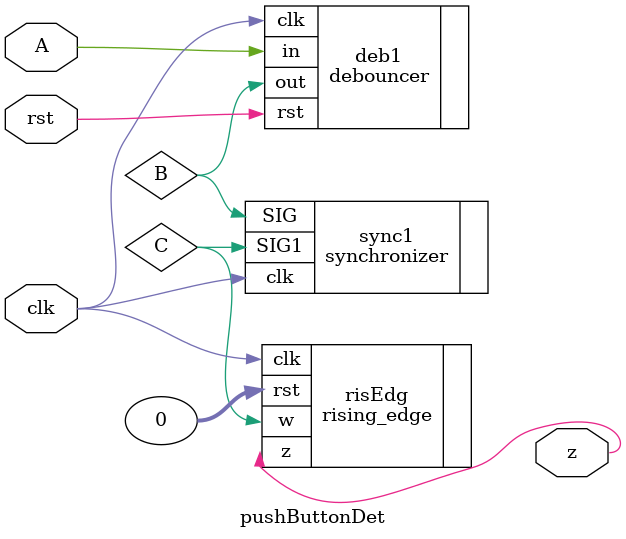
<source format=v>
`timescale 1ns / 1ps


module pushButtonDet(input A, clk, rst, output z);
    
    wire B, C;
    // wire clk_out

    // clockDivider #(500000) myclk( .clk(clk), .rst(rst), .en(1), .clk_out(clk_out) );
    
    debouncer deb1(.clk(clk) , .rst(rst), .in(A), .out(B) );
    
    synchronizer sync1(.clk(clk) , .SIG(B), .SIG1(C) );
    
    rising_edge risEdg( .clk(clk) , .rst(0) , .w(C), .z(z) );
    
   
endmodule

</source>
